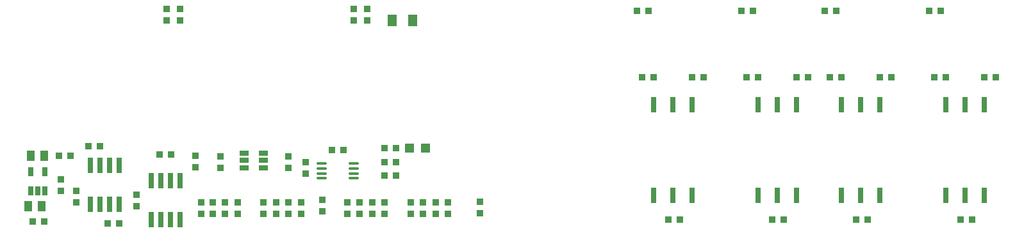
<source format=gtp>
G04 Layer_Color=8421504*
%FSLAX25Y25*%
%MOIN*%
G70*
G01*
G75*
%ADD10R,0.03600X0.03200*%
%ADD11R,0.02600X0.08000*%
%ADD12R,0.03200X0.03600*%
%ADD13R,0.03850X0.05200*%
%ADD14R,0.02992X0.07874*%
%ADD15R,0.05000X0.05000*%
%ADD16R,0.04500X0.06000*%
%ADD18R,0.02600X0.05000*%
%ADD19R,0.05000X0.02600*%
%ADD58O,0.05702X0.01372*%
D10*
X303000Y351500D02*
D03*
X297000D02*
D03*
X143000Y367000D02*
D03*
X149000D02*
D03*
X159000Y326500D02*
D03*
X153000D02*
D03*
X269500Y365000D02*
D03*
X275500D02*
D03*
X120000Y327500D02*
D03*
X114000D02*
D03*
X186000Y362500D02*
D03*
X180000D02*
D03*
X297000Y358500D02*
D03*
X303000D02*
D03*
X133500Y362000D02*
D03*
X127500D02*
D03*
X297000Y366000D02*
D03*
X303000D02*
D03*
X428100Y437600D02*
D03*
X434100D02*
D03*
X482400D02*
D03*
X488400D02*
D03*
X525900D02*
D03*
X531900D02*
D03*
X580200D02*
D03*
X586200D02*
D03*
X596500Y328500D02*
D03*
X602500D02*
D03*
X609000Y403000D02*
D03*
X615000D02*
D03*
X589000D02*
D03*
X583000D02*
D03*
X542100Y328500D02*
D03*
X548100D02*
D03*
X554600Y403000D02*
D03*
X560600D02*
D03*
X534600D02*
D03*
X528600D02*
D03*
X498650Y328500D02*
D03*
X504650D02*
D03*
X511150Y403000D02*
D03*
X517150D02*
D03*
X491150D02*
D03*
X485150D02*
D03*
X444400Y328500D02*
D03*
X450400D02*
D03*
X456900Y403000D02*
D03*
X462900D02*
D03*
X436900D02*
D03*
X430900D02*
D03*
D11*
X175500Y349000D02*
D03*
X190500Y328500D02*
D03*
X180500D02*
D03*
X175500D02*
D03*
X180500Y349000D02*
D03*
X185500D02*
D03*
X190500D02*
D03*
X185500Y328500D02*
D03*
X144000Y357000D02*
D03*
X159000Y336500D02*
D03*
X149000D02*
D03*
X144000D02*
D03*
X149000Y357000D02*
D03*
X154000D02*
D03*
X159000D02*
D03*
X154000Y336500D02*
D03*
D12*
X256000Y358500D02*
D03*
Y352500D02*
D03*
X247000Y355500D02*
D03*
Y361500D02*
D03*
X346500Y332000D02*
D03*
Y338000D02*
D03*
X207500Y331500D02*
D03*
Y337500D02*
D03*
X201500Y331500D02*
D03*
Y337500D02*
D03*
X214000Y331500D02*
D03*
Y337500D02*
D03*
X220500Y331500D02*
D03*
Y337500D02*
D03*
X240500Y331500D02*
D03*
Y337500D02*
D03*
X234000Y331500D02*
D03*
Y337500D02*
D03*
X247000Y331500D02*
D03*
Y337500D02*
D03*
X253500Y331500D02*
D03*
Y337500D02*
D03*
X284000Y331500D02*
D03*
Y337500D02*
D03*
X277500Y331500D02*
D03*
Y337500D02*
D03*
X290500Y331500D02*
D03*
Y337500D02*
D03*
X297000Y331500D02*
D03*
Y337500D02*
D03*
X317000Y331500D02*
D03*
Y337500D02*
D03*
X310500Y331500D02*
D03*
Y337500D02*
D03*
X323500Y331500D02*
D03*
Y337500D02*
D03*
X330000Y331500D02*
D03*
Y337500D02*
D03*
X211500Y355500D02*
D03*
Y361500D02*
D03*
X136500Y343500D02*
D03*
Y337500D02*
D03*
X168000Y341500D02*
D03*
Y335500D02*
D03*
X264500Y339000D02*
D03*
Y333000D02*
D03*
X128500Y343500D02*
D03*
Y349500D02*
D03*
X288000Y432500D02*
D03*
Y438500D02*
D03*
X281000Y432500D02*
D03*
Y438500D02*
D03*
X190500Y432500D02*
D03*
Y438500D02*
D03*
X183500Y432500D02*
D03*
Y438500D02*
D03*
X198500Y356000D02*
D03*
Y362000D02*
D03*
D13*
X113000D02*
D03*
X120000D02*
D03*
X111500Y335500D02*
D03*
X118500D02*
D03*
D14*
X534600Y341256D02*
D03*
X544600D02*
D03*
X554600Y388500D02*
D03*
X534600D02*
D03*
X544600D02*
D03*
X554600Y341256D02*
D03*
X511150D02*
D03*
X501150Y388500D02*
D03*
X491150D02*
D03*
X511150D02*
D03*
X501150Y341256D02*
D03*
X491150D02*
D03*
X436900D02*
D03*
X446900D02*
D03*
X456900Y388500D02*
D03*
X436900D02*
D03*
X446900D02*
D03*
X456900Y341256D02*
D03*
X609000D02*
D03*
X599000Y388500D02*
D03*
X589000D02*
D03*
X609000D02*
D03*
X599000Y341256D02*
D03*
X589000D02*
D03*
D15*
X309902Y366018D02*
D03*
X318302D02*
D03*
D16*
X311500Y432500D02*
D03*
X301000D02*
D03*
D18*
X112750Y353500D02*
D03*
X120250D02*
D03*
X112750Y343500D02*
D03*
X116500D02*
D03*
X120250D02*
D03*
D19*
X234000Y359500D02*
D03*
Y363250D02*
D03*
Y355750D02*
D03*
X224000Y359500D02*
D03*
X224000Y363250D02*
D03*
Y355750D02*
D03*
D58*
X280866Y350161D02*
D03*
Y352720D02*
D03*
Y355279D02*
D03*
Y357839D02*
D03*
X264134Y350161D02*
D03*
Y352720D02*
D03*
Y355279D02*
D03*
Y357839D02*
D03*
M02*

</source>
